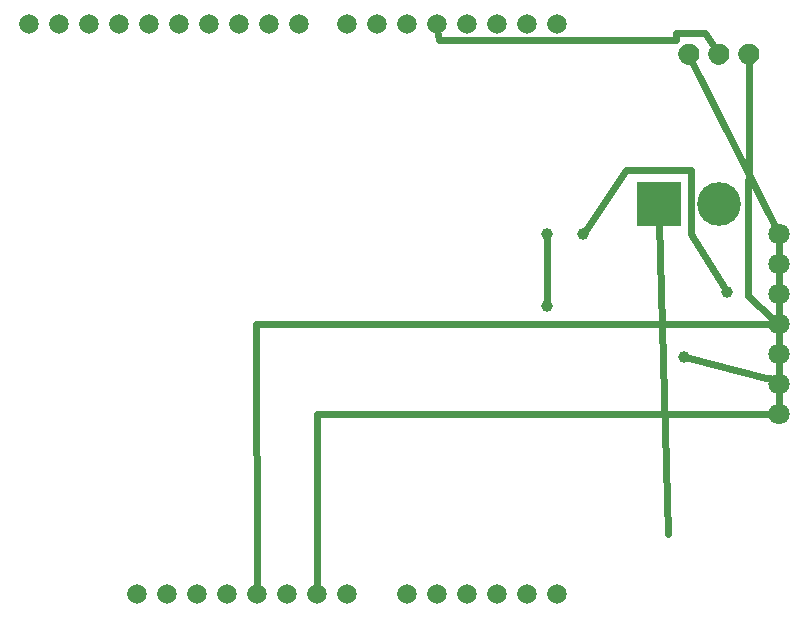
<source format=gbl>
G04 MADE WITH FRITZING*
G04 WWW.FRITZING.ORG*
G04 DOUBLE SIDED*
G04 HOLES PLATED*
G04 CONTOUR ON CENTER OF CONTOUR VECTOR*
%ASAXBY*%
%FSLAX23Y23*%
%MOIN*%
%OFA0B0*%
%SFA1.0B1.0*%
%ADD10C,0.071000*%
%ADD11C,0.070972*%
%ADD12C,0.065278*%
%ADD13C,0.070000*%
%ADD14C,0.145669*%
%ADD15C,0.039370*%
%ADD16C,0.024000*%
%ADD17R,0.001000X0.001000*%
%LNCOPPER0*%
G90*
G70*
G54D10*
X3402Y1328D03*
X3402Y1228D03*
G54D11*
X3402Y1128D03*
X3402Y1028D03*
G54D10*
X3402Y1028D03*
X3402Y928D03*
G54D11*
X3402Y828D03*
X3402Y728D03*
G54D12*
X2262Y128D03*
X2362Y128D03*
X2462Y128D03*
X2562Y128D03*
X2662Y128D03*
X1802Y2028D03*
X1702Y2028D03*
X1602Y2028D03*
X1502Y2028D03*
X1402Y2028D03*
X1302Y2028D03*
X1202Y2028D03*
X1102Y2028D03*
X1002Y2028D03*
X902Y2028D03*
X2662Y2028D03*
X2562Y2028D03*
X2462Y2028D03*
X2362Y2028D03*
X2262Y2028D03*
X2162Y2028D03*
X2062Y2028D03*
X1962Y2028D03*
X1362Y128D03*
X1262Y128D03*
X1462Y128D03*
X1562Y128D03*
X1662Y128D03*
X1762Y128D03*
X1862Y128D03*
X1962Y128D03*
X2162Y128D03*
G54D13*
X3102Y1928D03*
X3202Y1928D03*
X3302Y1928D03*
G54D14*
X3202Y1428D03*
X3002Y1428D03*
G54D15*
X3228Y1136D03*
X2748Y1328D03*
X2628Y1328D03*
X2628Y1088D03*
X3084Y920D03*
G54D16*
X3402Y1058D02*
X3402Y1297D01*
D02*
X3402Y758D02*
X3402Y997D01*
D02*
X1862Y728D02*
X1862Y728D01*
D02*
X1862Y728D02*
X1862Y159D01*
D02*
X3371Y728D02*
X1862Y728D01*
D02*
X3032Y328D02*
X3003Y1369D01*
D02*
X3298Y1124D02*
X3302Y1902D01*
D02*
X3379Y1049D02*
X3298Y1124D01*
D02*
X1657Y1028D02*
X1661Y159D01*
D02*
X3371Y1028D02*
X1657Y1028D01*
D02*
X3388Y1355D02*
X3113Y1904D01*
D02*
X3188Y1950D02*
X3156Y2000D01*
X3156Y2000D02*
X3060Y2000D01*
X3060Y2000D02*
X3060Y1976D01*
X3060Y1976D02*
X2268Y1976D01*
X2268Y1976D02*
X2265Y1997D01*
D02*
X3218Y1152D02*
X3108Y1328D01*
X3108Y1328D02*
X3108Y1544D01*
X3108Y1544D02*
X2892Y1544D01*
X2892Y1544D02*
X2759Y1343D01*
D02*
X2628Y1309D02*
X2628Y1107D01*
D02*
X3102Y915D02*
X3360Y848D01*
X3360Y848D02*
X3372Y848D01*
X3372Y848D02*
X3376Y845D01*
G54D17*
X3095Y1963D02*
X3107Y1963D01*
X3195Y1963D02*
X3207Y1963D01*
X3295Y1963D02*
X3307Y1963D01*
X3091Y1962D02*
X3111Y1962D01*
X3191Y1962D02*
X3211Y1962D01*
X3291Y1962D02*
X3311Y1962D01*
X3088Y1961D02*
X3114Y1961D01*
X3188Y1961D02*
X3214Y1961D01*
X3288Y1961D02*
X3314Y1961D01*
X3086Y1960D02*
X3116Y1960D01*
X3186Y1960D02*
X3216Y1960D01*
X3286Y1960D02*
X3316Y1960D01*
X3084Y1959D02*
X3118Y1959D01*
X3184Y1959D02*
X3218Y1959D01*
X3284Y1959D02*
X3318Y1959D01*
X3083Y1958D02*
X3120Y1958D01*
X3183Y1958D02*
X3220Y1958D01*
X3283Y1958D02*
X3320Y1958D01*
X3081Y1957D02*
X3121Y1957D01*
X3181Y1957D02*
X3221Y1957D01*
X3281Y1957D02*
X3321Y1957D01*
X3080Y1956D02*
X3122Y1956D01*
X3180Y1956D02*
X3222Y1956D01*
X3280Y1956D02*
X3322Y1956D01*
X3078Y1955D02*
X3124Y1955D01*
X3178Y1955D02*
X3224Y1955D01*
X3278Y1955D02*
X3324Y1955D01*
X3077Y1954D02*
X3125Y1954D01*
X3177Y1954D02*
X3225Y1954D01*
X3277Y1954D02*
X3325Y1954D01*
X3076Y1953D02*
X3126Y1953D01*
X3176Y1953D02*
X3226Y1953D01*
X3276Y1953D02*
X3326Y1953D01*
X3075Y1952D02*
X3127Y1952D01*
X3175Y1952D02*
X3227Y1952D01*
X3275Y1952D02*
X3327Y1952D01*
X3075Y1951D02*
X3128Y1951D01*
X3175Y1951D02*
X3228Y1951D01*
X3275Y1951D02*
X3328Y1951D01*
X3074Y1950D02*
X3128Y1950D01*
X3174Y1950D02*
X3228Y1950D01*
X3274Y1950D02*
X3328Y1950D01*
X3073Y1949D02*
X3129Y1949D01*
X3173Y1949D02*
X3229Y1949D01*
X3273Y1949D02*
X3329Y1949D01*
X3072Y1948D02*
X3130Y1948D01*
X3172Y1948D02*
X3230Y1948D01*
X3272Y1948D02*
X3330Y1948D01*
X3072Y1947D02*
X3130Y1947D01*
X3172Y1947D02*
X3230Y1947D01*
X3272Y1947D02*
X3330Y1947D01*
X3071Y1946D02*
X3131Y1946D01*
X3171Y1946D02*
X3231Y1946D01*
X3271Y1946D02*
X3331Y1946D01*
X3071Y1945D02*
X3131Y1945D01*
X3171Y1945D02*
X3231Y1945D01*
X3271Y1945D02*
X3331Y1945D01*
X3070Y1944D02*
X3132Y1944D01*
X3170Y1944D02*
X3232Y1944D01*
X3270Y1944D02*
X3332Y1944D01*
X3070Y1943D02*
X3096Y1943D01*
X3107Y1943D02*
X3132Y1943D01*
X3170Y1943D02*
X3196Y1943D01*
X3207Y1943D02*
X3232Y1943D01*
X3270Y1943D02*
X3296Y1943D01*
X3307Y1943D02*
X3332Y1943D01*
X3069Y1942D02*
X3093Y1942D01*
X3109Y1942D02*
X3133Y1942D01*
X3169Y1942D02*
X3193Y1942D01*
X3209Y1942D02*
X3233Y1942D01*
X3269Y1942D02*
X3293Y1942D01*
X3309Y1942D02*
X3333Y1942D01*
X3069Y1941D02*
X3092Y1941D01*
X3110Y1941D02*
X3133Y1941D01*
X3169Y1941D02*
X3192Y1941D01*
X3210Y1941D02*
X3233Y1941D01*
X3269Y1941D02*
X3292Y1941D01*
X3310Y1941D02*
X3333Y1941D01*
X3069Y1940D02*
X3091Y1940D01*
X3111Y1940D02*
X3134Y1940D01*
X3169Y1940D02*
X3191Y1940D01*
X3211Y1940D02*
X3233Y1940D01*
X3269Y1940D02*
X3291Y1940D01*
X3311Y1940D02*
X3333Y1940D01*
X3068Y1939D02*
X3090Y1939D01*
X3112Y1939D02*
X3134Y1939D01*
X3168Y1939D02*
X3190Y1939D01*
X3212Y1939D02*
X3234Y1939D01*
X3268Y1939D02*
X3290Y1939D01*
X3312Y1939D02*
X3334Y1939D01*
X3068Y1938D02*
X3089Y1938D01*
X3113Y1938D02*
X3134Y1938D01*
X3168Y1938D02*
X3189Y1938D01*
X3213Y1938D02*
X3234Y1938D01*
X3268Y1938D02*
X3289Y1938D01*
X3313Y1938D02*
X3334Y1938D01*
X3068Y1937D02*
X3088Y1937D01*
X3114Y1937D02*
X3134Y1937D01*
X3168Y1937D02*
X3188Y1937D01*
X3214Y1937D02*
X3234Y1937D01*
X3268Y1937D02*
X3288Y1937D01*
X3314Y1937D02*
X3334Y1937D01*
X3067Y1936D02*
X3087Y1936D01*
X3115Y1936D02*
X3135Y1936D01*
X3167Y1936D02*
X3187Y1936D01*
X3215Y1936D02*
X3235Y1936D01*
X3267Y1936D02*
X3287Y1936D01*
X3315Y1936D02*
X3335Y1936D01*
X3067Y1935D02*
X3087Y1935D01*
X3115Y1935D02*
X3135Y1935D01*
X3167Y1935D02*
X3187Y1935D01*
X3215Y1935D02*
X3235Y1935D01*
X3267Y1935D02*
X3287Y1935D01*
X3315Y1935D02*
X3335Y1935D01*
X3067Y1934D02*
X3086Y1934D01*
X3116Y1934D02*
X3135Y1934D01*
X3167Y1934D02*
X3186Y1934D01*
X3216Y1934D02*
X3235Y1934D01*
X3267Y1934D02*
X3286Y1934D01*
X3316Y1934D02*
X3335Y1934D01*
X3067Y1933D02*
X3086Y1933D01*
X3116Y1933D02*
X3135Y1933D01*
X3167Y1933D02*
X3186Y1933D01*
X3216Y1933D02*
X3235Y1933D01*
X3267Y1933D02*
X3286Y1933D01*
X3316Y1933D02*
X3335Y1933D01*
X3067Y1932D02*
X3086Y1932D01*
X3116Y1932D02*
X3135Y1932D01*
X3167Y1932D02*
X3186Y1932D01*
X3216Y1932D02*
X3235Y1932D01*
X3267Y1932D02*
X3286Y1932D01*
X3316Y1932D02*
X3335Y1932D01*
X3067Y1931D02*
X3086Y1931D01*
X3116Y1931D02*
X3135Y1931D01*
X3167Y1931D02*
X3186Y1931D01*
X3216Y1931D02*
X3235Y1931D01*
X3267Y1931D02*
X3286Y1931D01*
X3316Y1931D02*
X3335Y1931D01*
X3067Y1930D02*
X3086Y1930D01*
X3116Y1930D02*
X3136Y1930D01*
X3167Y1930D02*
X3186Y1930D01*
X3216Y1930D02*
X3236Y1930D01*
X3267Y1930D02*
X3286Y1930D01*
X3316Y1930D02*
X3336Y1930D01*
X3067Y1929D02*
X3086Y1929D01*
X3117Y1929D02*
X3136Y1929D01*
X3167Y1929D02*
X3186Y1929D01*
X3217Y1929D02*
X3236Y1929D01*
X3267Y1929D02*
X3286Y1929D01*
X3317Y1929D02*
X3336Y1929D01*
X3067Y1928D02*
X3086Y1928D01*
X3117Y1928D02*
X3136Y1928D01*
X3167Y1928D02*
X3186Y1928D01*
X3217Y1928D02*
X3236Y1928D01*
X3267Y1928D02*
X3286Y1928D01*
X3317Y1928D02*
X3336Y1928D01*
X3067Y1927D02*
X3086Y1927D01*
X3116Y1927D02*
X3135Y1927D01*
X3167Y1927D02*
X3186Y1927D01*
X3216Y1927D02*
X3235Y1927D01*
X3267Y1927D02*
X3286Y1927D01*
X3316Y1927D02*
X3335Y1927D01*
X3067Y1926D02*
X3086Y1926D01*
X3116Y1926D02*
X3135Y1926D01*
X3167Y1926D02*
X3186Y1926D01*
X3216Y1926D02*
X3235Y1926D01*
X3267Y1926D02*
X3286Y1926D01*
X3316Y1926D02*
X3335Y1926D01*
X3067Y1925D02*
X3086Y1925D01*
X3116Y1925D02*
X3135Y1925D01*
X3167Y1925D02*
X3186Y1925D01*
X3216Y1925D02*
X3235Y1925D01*
X3267Y1925D02*
X3286Y1925D01*
X3316Y1925D02*
X3335Y1925D01*
X3067Y1924D02*
X3086Y1924D01*
X3116Y1924D02*
X3135Y1924D01*
X3167Y1924D02*
X3186Y1924D01*
X3216Y1924D02*
X3235Y1924D01*
X3267Y1924D02*
X3286Y1924D01*
X3316Y1924D02*
X3335Y1924D01*
X3067Y1923D02*
X3087Y1923D01*
X3116Y1923D02*
X3135Y1923D01*
X3167Y1923D02*
X3187Y1923D01*
X3216Y1923D02*
X3235Y1923D01*
X3267Y1923D02*
X3287Y1923D01*
X3316Y1923D02*
X3335Y1923D01*
X3067Y1922D02*
X3087Y1922D01*
X3115Y1922D02*
X3135Y1922D01*
X3167Y1922D02*
X3187Y1922D01*
X3215Y1922D02*
X3235Y1922D01*
X3267Y1922D02*
X3287Y1922D01*
X3315Y1922D02*
X3335Y1922D01*
X3068Y1921D02*
X3088Y1921D01*
X3115Y1921D02*
X3135Y1921D01*
X3168Y1921D02*
X3188Y1921D01*
X3215Y1921D02*
X3235Y1921D01*
X3268Y1921D02*
X3288Y1921D01*
X3315Y1921D02*
X3335Y1921D01*
X3068Y1920D02*
X3088Y1920D01*
X3114Y1920D02*
X3134Y1920D01*
X3168Y1920D02*
X3188Y1920D01*
X3214Y1920D02*
X3234Y1920D01*
X3268Y1920D02*
X3288Y1920D01*
X3314Y1920D02*
X3334Y1920D01*
X3068Y1919D02*
X3089Y1919D01*
X3113Y1919D02*
X3134Y1919D01*
X3168Y1919D02*
X3189Y1919D01*
X3213Y1919D02*
X3234Y1919D01*
X3268Y1919D02*
X3289Y1919D01*
X3313Y1919D02*
X3334Y1919D01*
X3068Y1918D02*
X3090Y1918D01*
X3112Y1918D02*
X3134Y1918D01*
X3168Y1918D02*
X3190Y1918D01*
X3212Y1918D02*
X3234Y1918D01*
X3268Y1918D02*
X3290Y1918D01*
X3312Y1918D02*
X3334Y1918D01*
X3069Y1917D02*
X3091Y1917D01*
X3111Y1917D02*
X3133Y1917D01*
X3169Y1917D02*
X3191Y1917D01*
X3211Y1917D02*
X3233Y1917D01*
X3269Y1917D02*
X3291Y1917D01*
X3311Y1917D02*
X3333Y1917D01*
X3069Y1916D02*
X3093Y1916D01*
X3110Y1916D02*
X3133Y1916D01*
X3169Y1916D02*
X3193Y1916D01*
X3210Y1916D02*
X3233Y1916D01*
X3269Y1916D02*
X3293Y1916D01*
X3310Y1916D02*
X3333Y1916D01*
X3070Y1915D02*
X3094Y1915D01*
X3108Y1915D02*
X3133Y1915D01*
X3170Y1915D02*
X3194Y1915D01*
X3208Y1915D02*
X3233Y1915D01*
X3270Y1915D02*
X3294Y1915D01*
X3308Y1915D02*
X3333Y1915D01*
X3070Y1914D02*
X3098Y1914D01*
X3105Y1914D02*
X3132Y1914D01*
X3170Y1914D02*
X3198Y1914D01*
X3205Y1914D02*
X3232Y1914D01*
X3270Y1914D02*
X3298Y1914D01*
X3305Y1914D02*
X3332Y1914D01*
X3071Y1913D02*
X3132Y1913D01*
X3171Y1913D02*
X3232Y1913D01*
X3271Y1913D02*
X3332Y1913D01*
X3071Y1912D02*
X3131Y1912D01*
X3171Y1912D02*
X3231Y1912D01*
X3271Y1912D02*
X3331Y1912D01*
X3072Y1911D02*
X3131Y1911D01*
X3172Y1911D02*
X3231Y1911D01*
X3272Y1911D02*
X3331Y1911D01*
X3072Y1910D02*
X3130Y1910D01*
X3172Y1910D02*
X3230Y1910D01*
X3272Y1910D02*
X3330Y1910D01*
X3073Y1909D02*
X3129Y1909D01*
X3173Y1909D02*
X3229Y1909D01*
X3273Y1909D02*
X3329Y1909D01*
X3074Y1908D02*
X3129Y1908D01*
X3174Y1908D02*
X3229Y1908D01*
X3274Y1908D02*
X3329Y1908D01*
X3074Y1907D02*
X3128Y1907D01*
X3174Y1907D02*
X3228Y1907D01*
X3274Y1907D02*
X3328Y1907D01*
X3075Y1906D02*
X3127Y1906D01*
X3175Y1906D02*
X3227Y1906D01*
X3275Y1906D02*
X3327Y1906D01*
X3076Y1905D02*
X3126Y1905D01*
X3176Y1905D02*
X3226Y1905D01*
X3276Y1905D02*
X3326Y1905D01*
X3077Y1904D02*
X3125Y1904D01*
X3177Y1904D02*
X3225Y1904D01*
X3277Y1904D02*
X3325Y1904D01*
X3078Y1903D02*
X3124Y1903D01*
X3178Y1903D02*
X3224Y1903D01*
X3278Y1903D02*
X3324Y1903D01*
X3079Y1902D02*
X3123Y1902D01*
X3179Y1902D02*
X3223Y1902D01*
X3279Y1902D02*
X3323Y1902D01*
X3080Y1901D02*
X3122Y1901D01*
X3180Y1901D02*
X3222Y1901D01*
X3280Y1901D02*
X3322Y1901D01*
X3082Y1900D02*
X3120Y1900D01*
X3182Y1900D02*
X3220Y1900D01*
X3282Y1900D02*
X3320Y1900D01*
X3083Y1899D02*
X3119Y1899D01*
X3183Y1899D02*
X3219Y1899D01*
X3283Y1899D02*
X3319Y1899D01*
X3085Y1898D02*
X3117Y1898D01*
X3185Y1898D02*
X3217Y1898D01*
X3285Y1898D02*
X3317Y1898D01*
X3087Y1897D02*
X3115Y1897D01*
X3187Y1897D02*
X3215Y1897D01*
X3287Y1897D02*
X3315Y1897D01*
X3090Y1896D02*
X3112Y1896D01*
X3190Y1896D02*
X3212Y1896D01*
X3290Y1896D02*
X3312Y1896D01*
X3093Y1895D02*
X3109Y1895D01*
X3193Y1895D02*
X3209Y1895D01*
X3293Y1895D02*
X3309Y1895D01*
X3098Y1894D02*
X3104Y1894D01*
X3198Y1894D02*
X3204Y1894D01*
X3298Y1894D02*
X3304Y1894D01*
X2929Y1501D02*
X3073Y1501D01*
X2929Y1500D02*
X3073Y1500D01*
X2929Y1499D02*
X3073Y1499D01*
X2929Y1498D02*
X3073Y1498D01*
X2929Y1497D02*
X3073Y1497D01*
X2929Y1496D02*
X3073Y1496D01*
X2929Y1495D02*
X3073Y1495D01*
X2929Y1494D02*
X3073Y1494D01*
X2929Y1493D02*
X3073Y1493D01*
X2929Y1492D02*
X3073Y1492D01*
X2929Y1491D02*
X3073Y1491D01*
X2929Y1490D02*
X3073Y1490D01*
X2929Y1489D02*
X3073Y1489D01*
X2929Y1488D02*
X3073Y1488D01*
X2929Y1487D02*
X3073Y1487D01*
X2929Y1486D02*
X3073Y1486D01*
X2929Y1485D02*
X3073Y1485D01*
X2929Y1484D02*
X3073Y1484D01*
X2929Y1483D02*
X3073Y1483D01*
X2929Y1482D02*
X3073Y1482D01*
X2929Y1481D02*
X3073Y1481D01*
X2929Y1480D02*
X3073Y1480D01*
X2929Y1479D02*
X3073Y1479D01*
X2929Y1478D02*
X3073Y1478D01*
X2929Y1477D02*
X3073Y1477D01*
X2929Y1476D02*
X2998Y1476D01*
X3004Y1476D02*
X3073Y1476D01*
X2929Y1475D02*
X2990Y1475D01*
X3012Y1475D02*
X3073Y1475D01*
X2929Y1474D02*
X2987Y1474D01*
X3016Y1474D02*
X3073Y1474D01*
X2929Y1473D02*
X2984Y1473D01*
X3018Y1473D02*
X3073Y1473D01*
X2929Y1472D02*
X2981Y1472D01*
X3021Y1472D02*
X3073Y1472D01*
X2929Y1471D02*
X2979Y1471D01*
X3023Y1471D02*
X3073Y1471D01*
X2929Y1470D02*
X2977Y1470D01*
X3025Y1470D02*
X3073Y1470D01*
X2929Y1469D02*
X2976Y1469D01*
X3026Y1469D02*
X3073Y1469D01*
X2929Y1468D02*
X2974Y1468D01*
X3028Y1468D02*
X3073Y1468D01*
X2929Y1467D02*
X2973Y1467D01*
X3029Y1467D02*
X3073Y1467D01*
X2929Y1466D02*
X2971Y1466D01*
X3031Y1466D02*
X3073Y1466D01*
X2929Y1465D02*
X2970Y1465D01*
X3032Y1465D02*
X3073Y1465D01*
X2929Y1464D02*
X2969Y1464D01*
X3033Y1464D02*
X3073Y1464D01*
X2929Y1463D02*
X2968Y1463D01*
X3034Y1463D02*
X3073Y1463D01*
X2929Y1462D02*
X2967Y1462D01*
X3035Y1462D02*
X3073Y1462D01*
X2929Y1461D02*
X2966Y1461D01*
X3036Y1461D02*
X3073Y1461D01*
X2929Y1460D02*
X2965Y1460D01*
X3037Y1460D02*
X3073Y1460D01*
X2929Y1459D02*
X2964Y1459D01*
X3038Y1459D02*
X3073Y1459D01*
X2929Y1458D02*
X2963Y1458D01*
X3039Y1458D02*
X3073Y1458D01*
X2929Y1457D02*
X2963Y1457D01*
X3039Y1457D02*
X3073Y1457D01*
X2929Y1456D02*
X2962Y1456D01*
X3040Y1456D02*
X3073Y1456D01*
X2929Y1455D02*
X2961Y1455D01*
X3041Y1455D02*
X3073Y1455D01*
X2929Y1454D02*
X2961Y1454D01*
X3042Y1454D02*
X3073Y1454D01*
X2929Y1453D02*
X2960Y1453D01*
X3042Y1453D02*
X3073Y1453D01*
X2929Y1452D02*
X2959Y1452D01*
X3043Y1452D02*
X3073Y1452D01*
X2929Y1451D02*
X2959Y1451D01*
X3043Y1451D02*
X3073Y1451D01*
X2929Y1450D02*
X2958Y1450D01*
X3044Y1450D02*
X3073Y1450D01*
X2929Y1449D02*
X2958Y1449D01*
X3044Y1449D02*
X3073Y1449D01*
X2929Y1448D02*
X2957Y1448D01*
X3045Y1448D02*
X3073Y1448D01*
X2929Y1447D02*
X2957Y1447D01*
X3045Y1447D02*
X3073Y1447D01*
X2929Y1446D02*
X2957Y1446D01*
X3046Y1446D02*
X3073Y1446D01*
X2929Y1445D02*
X2956Y1445D01*
X3046Y1445D02*
X3073Y1445D01*
X2929Y1444D02*
X2956Y1444D01*
X3046Y1444D02*
X3073Y1444D01*
X2929Y1443D02*
X2955Y1443D01*
X3047Y1443D02*
X3073Y1443D01*
X2929Y1442D02*
X2955Y1442D01*
X3047Y1442D02*
X3073Y1442D01*
X2929Y1441D02*
X2955Y1441D01*
X3047Y1441D02*
X3073Y1441D01*
X2929Y1440D02*
X2955Y1440D01*
X3047Y1440D02*
X3073Y1440D01*
X2929Y1439D02*
X2954Y1439D01*
X3048Y1439D02*
X3073Y1439D01*
X2929Y1438D02*
X2954Y1438D01*
X3048Y1438D02*
X3073Y1438D01*
X2929Y1437D02*
X2954Y1437D01*
X3048Y1437D02*
X3073Y1437D01*
X2929Y1436D02*
X2954Y1436D01*
X3048Y1436D02*
X3073Y1436D01*
X2929Y1435D02*
X2954Y1435D01*
X3048Y1435D02*
X3073Y1435D01*
X2929Y1434D02*
X2954Y1434D01*
X3049Y1434D02*
X3073Y1434D01*
X2929Y1433D02*
X2954Y1433D01*
X3049Y1433D02*
X3073Y1433D01*
X2929Y1432D02*
X2953Y1432D01*
X3049Y1432D02*
X3073Y1432D01*
X2929Y1431D02*
X2953Y1431D01*
X3049Y1431D02*
X3073Y1431D01*
X2929Y1430D02*
X2953Y1430D01*
X3049Y1430D02*
X3073Y1430D01*
X2929Y1429D02*
X2953Y1429D01*
X3049Y1429D02*
X3073Y1429D01*
X2929Y1428D02*
X2953Y1428D01*
X3049Y1428D02*
X3073Y1428D01*
X2929Y1427D02*
X2953Y1427D01*
X3049Y1427D02*
X3073Y1427D01*
X2929Y1426D02*
X2953Y1426D01*
X3049Y1426D02*
X3073Y1426D01*
X2929Y1425D02*
X2954Y1425D01*
X3049Y1425D02*
X3073Y1425D01*
X2929Y1424D02*
X2954Y1424D01*
X3049Y1424D02*
X3073Y1424D01*
X2929Y1423D02*
X2954Y1423D01*
X3048Y1423D02*
X3073Y1423D01*
X2929Y1422D02*
X2954Y1422D01*
X3048Y1422D02*
X3073Y1422D01*
X2929Y1421D02*
X2954Y1421D01*
X3048Y1421D02*
X3073Y1421D01*
X2929Y1420D02*
X2954Y1420D01*
X3048Y1420D02*
X3073Y1420D01*
X2929Y1419D02*
X2954Y1419D01*
X3048Y1419D02*
X3073Y1419D01*
X2929Y1418D02*
X2955Y1418D01*
X3048Y1418D02*
X3073Y1418D01*
X2929Y1417D02*
X2955Y1417D01*
X3047Y1417D02*
X3073Y1417D01*
X2929Y1416D02*
X2955Y1416D01*
X3047Y1416D02*
X3073Y1416D01*
X2929Y1415D02*
X2955Y1415D01*
X3047Y1415D02*
X3073Y1415D01*
X2929Y1414D02*
X2956Y1414D01*
X3046Y1414D02*
X3073Y1414D01*
X2929Y1413D02*
X2956Y1413D01*
X3046Y1413D02*
X3073Y1413D01*
X2929Y1412D02*
X2956Y1412D01*
X3046Y1412D02*
X3073Y1412D01*
X2929Y1411D02*
X2957Y1411D01*
X3045Y1411D02*
X3073Y1411D01*
X2929Y1410D02*
X2957Y1410D01*
X3045Y1410D02*
X3073Y1410D01*
X2929Y1409D02*
X2958Y1409D01*
X3044Y1409D02*
X3073Y1409D01*
X2929Y1408D02*
X2958Y1408D01*
X3044Y1408D02*
X3073Y1408D01*
X2929Y1407D02*
X2959Y1407D01*
X3043Y1407D02*
X3073Y1407D01*
X2929Y1406D02*
X2959Y1406D01*
X3043Y1406D02*
X3073Y1406D01*
X2929Y1405D02*
X2960Y1405D01*
X3042Y1405D02*
X3073Y1405D01*
X2929Y1404D02*
X2960Y1404D01*
X3042Y1404D02*
X3073Y1404D01*
X2929Y1403D02*
X2961Y1403D01*
X3041Y1403D02*
X3073Y1403D01*
X2929Y1402D02*
X2962Y1402D01*
X3040Y1402D02*
X3073Y1402D01*
X2929Y1401D02*
X2963Y1401D01*
X3040Y1401D02*
X3073Y1401D01*
X2929Y1400D02*
X2963Y1400D01*
X3039Y1400D02*
X3073Y1400D01*
X2929Y1399D02*
X2964Y1399D01*
X3038Y1399D02*
X3073Y1399D01*
X2929Y1398D02*
X2965Y1398D01*
X3037Y1398D02*
X3073Y1398D01*
X2929Y1397D02*
X2966Y1397D01*
X3036Y1397D02*
X3073Y1397D01*
X2929Y1396D02*
X2967Y1396D01*
X3035Y1396D02*
X3073Y1396D01*
X2929Y1395D02*
X2968Y1395D01*
X3034Y1395D02*
X3073Y1395D01*
X2929Y1394D02*
X2969Y1394D01*
X3033Y1394D02*
X3073Y1394D01*
X2929Y1393D02*
X2970Y1393D01*
X3032Y1393D02*
X3073Y1393D01*
X2929Y1392D02*
X2971Y1392D01*
X3031Y1392D02*
X3073Y1392D01*
X2929Y1391D02*
X2972Y1391D01*
X3030Y1391D02*
X3073Y1391D01*
X2929Y1390D02*
X2974Y1390D01*
X3028Y1390D02*
X3073Y1390D01*
X2929Y1389D02*
X2975Y1389D01*
X3027Y1389D02*
X3073Y1389D01*
X2929Y1388D02*
X2977Y1388D01*
X3025Y1388D02*
X3073Y1388D01*
X2929Y1387D02*
X2979Y1387D01*
X3023Y1387D02*
X3073Y1387D01*
X2929Y1386D02*
X2981Y1386D01*
X3021Y1386D02*
X3073Y1386D01*
X2929Y1385D02*
X2983Y1385D01*
X3019Y1385D02*
X3073Y1385D01*
X2929Y1384D02*
X2986Y1384D01*
X3016Y1384D02*
X3073Y1384D01*
X2929Y1383D02*
X2990Y1383D01*
X3013Y1383D02*
X3073Y1383D01*
X2929Y1382D02*
X2995Y1382D01*
X3007Y1382D02*
X3073Y1382D01*
X2929Y1381D02*
X3073Y1381D01*
X2929Y1380D02*
X3073Y1380D01*
X2929Y1379D02*
X3073Y1379D01*
X2929Y1378D02*
X3073Y1378D01*
X2929Y1377D02*
X3073Y1377D01*
X2929Y1376D02*
X3073Y1376D01*
X2929Y1375D02*
X3073Y1375D01*
X2929Y1374D02*
X3073Y1374D01*
X2929Y1373D02*
X3073Y1373D01*
X2929Y1372D02*
X3073Y1372D01*
X2929Y1371D02*
X3073Y1371D01*
X2929Y1370D02*
X3073Y1370D01*
X2929Y1369D02*
X3073Y1369D01*
X2929Y1368D02*
X3073Y1368D01*
X2929Y1367D02*
X3073Y1367D01*
X2929Y1366D02*
X3073Y1366D01*
X2929Y1365D02*
X3073Y1365D01*
X2929Y1364D02*
X3073Y1364D01*
X2929Y1363D02*
X3073Y1363D01*
X2929Y1362D02*
X3073Y1362D01*
X2929Y1361D02*
X3073Y1361D01*
X2929Y1360D02*
X3073Y1360D01*
X2929Y1359D02*
X3073Y1359D01*
X2929Y1358D02*
X3073Y1358D01*
X2929Y1357D02*
X3073Y1357D01*
D02*
G04 End of Copper0*
M02*
</source>
